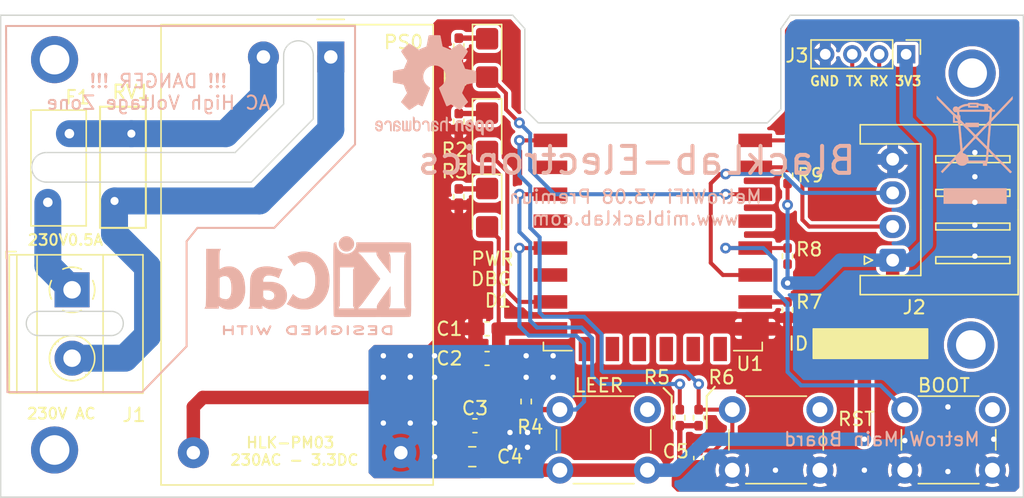
<source format=kicad_pcb>
(kicad_pcb (version 20171130) (host pcbnew "(5.1.10)-1")
  (layers (0 F.Cu signal) (31 B.Cu signal) (34 B.Paste user) (35 F.Paste user) (36 B.SilkS user) (37 F.SilkS user) (38 B.Mask user) (39 F.Mask user) (44 Edge.Cuts user))
  (net 0 "")
  (net 1 VCC)
  (net 2 GNDD)
  (net 3 "Net-(D1-Pad1)")
  (net 4 "Net-(D2_PWR1-Pad1)")
  (net 5 P5)
  (net 6 P13)
  (net 7 "Net-(D3_DBG1-Pad1)")
  (net 8 "Net-(F1-Pad2)")
  (net 9 "Net-(F1-Pad1)")
  (net 10 "Net-(J1-Pad2)")
  (net 11 TX)
  (net 12 "Net-(J3-Pad3)")
  (net 13 RS)
  (net 14 BT)
  (net 15 RSP)
  (net 16 PR)
  (net 17 "Net-(U1-Pad2)")
  (net 18 "Net-(U1-Pad4)")
  (net 19 "Net-(U1-Pad6)")
  (net 20 "Net-(U1-Pad9)")
  (net 21 "Net-(U1-Pad10)")
  (net 22 "Net-(U1-Pad11)")
  (net 23 "Net-(U1-Pad12)")
  (net 24 "Net-(U1-Pad13)")
  (net 25 "Net-(U1-Pad14)")
  (net 26 "Net-(J2-Pad2)")
  (net 27 "Net-(R5-Pad1)")
  (net 28 "Net-(R7-Pad2)")
  (module Capacitor_SMD:C_0402_1005Metric_Pad0.74x0.62mm_HandSolder (layer F.Cu) (at 121.9 93.4 270)
    (fp_text reference C5 (at -0.5 1.7 180) (layer F.SilkS))
    (fp_text value 10k)
    (pad 2 smd roundrect (at 0.5675 0 270) (size 0.735 0.62) (layers F.Cu F.Paste F.Mask) (net 2 GNDD))
    (pad 1 smd roundrect (at -0.5675 0 270) (size 0.735 0.62) (layers F.Cu F.Paste F.Mask) (net 13 RS))
  )
  (module RF_Module:ESP-12E (layer F.Cu) (at 118.5 73.3)
    (fp_text reference U1 (at 7.2 13.1) (layer F.SilkS))
    (fp_text value ESP-12F)
    (pad 1 smd rect (at -7.6 -3.5) (size 2.5 1) (layers F.Cu F.Paste F.Mask) (net 13 RS))
    (pad 2 smd rect (at -7.6 -1.5) (size 2.5 1) (layers F.Cu F.Paste F.Mask) (net 17 "Net-(U1-Pad2)"))
    (pad 3 smd rect (at -7.6 0.5) (size 2.5 1) (layers F.Cu F.Paste F.Mask) (net 27 "Net-(R5-Pad1)"))
    (pad 4 smd rect (at -7.6 2.5) (size 2.5 1) (layers F.Cu F.Paste F.Mask) (net 18 "Net-(U1-Pad4)"))
    (pad 5 smd rect (at -7.6 4.5) (size 2.5 1) (layers F.Cu F.Paste F.Mask) (net 16 PR))
    (pad 6 smd rect (at -7.6 6.5) (size 2.5 1) (layers F.Cu F.Paste F.Mask) (net 19 "Net-(U1-Pad6)"))
    (pad 7 smd rect (at -7.6 8.5) (size 2.5 1) (layers F.Cu F.Paste F.Mask) (net 6 P13))
    (pad 8 smd rect (at -7.6 10.5) (size 2.5 1) (layers F.Cu F.Paste F.Mask) (net 1 VCC))
    (pad 9 smd rect (at -5 12) (size 1 1.8) (layers F.Cu F.Paste F.Mask) (net 20 "Net-(U1-Pad9)"))
    (pad 10 smd rect (at -3 12) (size 1 1.8) (layers F.Cu F.Paste F.Mask) (net 21 "Net-(U1-Pad10)"))
    (pad 11 smd rect (at -1 12) (size 1 1.8) (layers F.Cu F.Paste F.Mask) (net 22 "Net-(U1-Pad11)"))
    (pad 12 smd rect (at 1 12) (size 1 1.8) (layers F.Cu F.Paste F.Mask) (net 23 "Net-(U1-Pad12)"))
    (pad 13 smd rect (at 3 12) (size 1 1.8) (layers F.Cu F.Paste F.Mask) (net 24 "Net-(U1-Pad13)"))
    (pad 14 smd rect (at 5 12) (size 1 1.8) (layers F.Cu F.Paste F.Mask) (net 25 "Net-(U1-Pad14)"))
    (pad 15 smd rect (at 7.6 10.5) (size 2.5 1) (layers F.Cu F.Paste F.Mask) (net 2 GNDD))
    (pad 16 smd rect (at 7.6 8.5) (size 2.5 1) (layers F.Cu F.Paste F.Mask) (net 28 "Net-(R7-Pad2)"))
    (pad 17 smd rect (at 7.6 6.5) (size 2.5 1) (layers F.Cu F.Paste F.Mask) (net 11 TX))
    (pad 18 smd rect (at 7.6 4.5) (size 2.5 1) (layers F.Cu F.Paste F.Mask) (net 14 BT))
    (pad 19 smd rect (at 7.6 2.5) (size 2.5 1) (layers F.Cu F.Paste F.Mask) (net 15 RSP))
    (pad 20 smd rect (at 7.6 0.5) (size 2.5 1) (layers F.Cu F.Paste F.Mask) (net 5 P5))
    (pad 21 smd rect (at 7.6 -1.5) (size 2.5 1) (layers F.Cu F.Paste F.Mask) (net 26 "Net-(J2-Pad2)"))
    (pad 22 smd rect (at 7.6 -3.5) (size 2.5 1) (layers F.Cu F.Paste F.Mask) (net 12 "Net-(J3-Pad3)"))
  )
  (module Symbol:KiCad-Logo2_6mm_SilkScreen (layer B.Cu) (at 92.9 79.9 180)
    (fp_text reference REF** hide)
    (fp_text value KiCad-Logo2_6mm_SilkScreen hide)
  )
  (module Symbol:WEEE-Logo_5.6x8mm_SilkScreen (layer B.Cu) (at 142.4 70.5 180)
    (fp_text reference REF** hide)
    (fp_text value WEEE-Logo_5.6x8mm_SilkScreen hide)
  )
  (module Symbol:OSHW-Logo2_9.8x8mm_SilkScreen (layer B.Cu) (at 102.3 65.7 180)
    (fp_text reference REF** hide)
    (fp_text value OSHW-Logo2_9.8x8mm_SilkScreen hide)
  )
  (module MountingHole:MountingHole_2.2mm_M2_ISO7380_Pad (layer F.Cu) (at 142.2 64.8)
    (fp_text reference REF** hide)
    (fp_text value .)
    (pad 1 thru_hole circle (at 0 0) (size 3.5 3.5) (drill 2.2) (layers *.Cu *.Mask))
  )
  (module MountingHole:MountingHole_2.2mm_M2_ISO7380_Pad (layer F.Cu) (at 142.1 85)
    (fp_text reference REF** hide)
    (fp_text value .)
    (pad 1 thru_hole circle (at 0 0) (size 3.5 3.5) (drill 2.2) (layers *.Cu *.Mask))
  )
  (module MountingHole:MountingHole_2.2mm_M2_ISO7380_Pad (layer F.Cu) (at 74.1 63.8)
    (fp_text reference REF** hide)
    (fp_text value .)
    (pad 1 thru_hole circle (at 0 0) (size 3.5 3.5) (drill 2.2) (layers *.Cu *.Mask))
  )
  (module MountingHole:MountingHole_2.2mm_M2_ISO7380_Pad (layer F.Cu) (at 74.1 92.8)
    (fp_text reference REF** hide)
    (fp_text value .)
    (pad 1 thru_hole circle (at 0 0) (size 3.5 3.5) (drill 2.2) (layers *.Cu *.Mask))
  )
  (module Capacitor_SMD:C_0603_1608Metric_Pad1.08x0.95mm_HandSolder (layer F.Cu) (at 105.3 91 180)
    (fp_text reference C3 (at 0 1.3) (layer F.SilkS))
    (fp_text value 0.1uF)
    (pad 1 smd roundrect (at -0.8625 0 180) (size 1.075 0.95) (layers F.Cu F.Paste F.Mask) (net 1 VCC))
    (pad 2 smd roundrect (at 0.8625 0 180) (size 1.075 0.95) (layers F.Cu F.Paste F.Mask) (net 2 GNDD))
  )
  (module Capacitor_SMD:C_0805_2012Metric_Pad1.18x1.45mm_HandSolder (layer F.Cu) (at 105.1 93.3 180)
    (fp_text reference C4 (at -2.8 0) (layer F.SilkS))
    (fp_text value 470uF)
    (pad 1 smd roundrect (at -1.0375 0 180) (size 1.175 1.45) (layers F.Cu F.Paste F.Mask) (roundrect_rratio 0.212766) (net 1 VCC))
    (pad 2 smd roundrect (at 1.0375 0 180) (size 1.175 1.45) (layers F.Cu F.Paste F.Mask) (roundrect_rratio 0.212766) (net 2 GNDD))
  )
  (module Capacitor_SMD:C_0603_1608Metric_Pad1.08x0.95mm_HandSolder (layer F.Cu) (at 106.2 86 180)
    (fp_text reference C2 (at 2.8 0) (layer F.SilkS))
    (fp_text value 10uF)
    (pad 2 smd roundrect (at 0.8625 0 180) (size 1.075 0.95) (layers F.Cu F.Paste F.Mask) (net 2 GNDD))
    (pad 1 smd roundrect (at -0.8625 0 180) (size 1.075 0.95) (layers F.Cu F.Paste F.Mask) (net 1 VCC))
  )
  (module Capacitor_SMD:C_0603_1608Metric_Pad1.08x0.95mm_HandSolder (layer F.Cu) (at 106.2 83.8 180)
    (fp_text reference C1 (at 2.8 0) (layer F.SilkS))
    (fp_text value 0.1uF)
    (pad 1 smd roundrect (at -0.8625 0 180) (size 1.075 0.95) (layers F.Cu F.Paste F.Mask) (net 1 VCC))
    (pad 2 smd roundrect (at 0.8625 0 180) (size 1.075 0.95) (layers F.Cu F.Paste F.Mask) (net 2 GNDD))
  )
  (module LED_SMD:LED_1206_3216Metric_Castellated (layer F.Cu) (at 106.2 74.8 270)
    (fp_text reference D1 (at 6.9 -0.8 180) (layer F.SilkS))
    (fp_text value LED)
    (pad 1 smd roundrect (at -1.425 0 270) (size 1.6 1.65) (layers F.Cu F.Paste F.Mask) (roundrect_rratio 0.15625) (net 3 "Net-(D1-Pad1)"))
    (pad 2 smd roundrect (at 1.425 0 270) (size 1.6 1.65) (layers F.Cu F.Paste F.Mask) (roundrect_rratio 0.15625) (net 1 VCC))
  )
  (module LED_SMD:LED_1206_3216Metric_Castellated (layer F.Cu) (at 106.2 63.675 270)
    (fp_text reference PWR (at 14.925 -0.4 180) (layer F.SilkS))
    (fp_text value LED)
    (pad 1 smd roundrect (at -1.425 0 270) (size 1.6 1.65) (layers F.Cu F.Paste F.Mask) (roundrect_rratio 0.15625) (net 4 "Net-(D2_PWR1-Pad1)"))
    (pad 2 smd roundrect (at 1.425 0 270) (size 1.6 1.65) (layers F.Cu F.Paste F.Mask) (roundrect_rratio 0.15625) (net 5 P5))
  )
  (module LED_SMD:LED_1206_3216Metric_Castellated (layer F.Cu) (at 106.2 69.2 270)
    (fp_text reference DBG (at 10.9 -0.3 180) (layer F.SilkS))
    (fp_text value LED)
    (pad 2 smd roundrect (at 1.425 0 270) (size 1.6 1.65) (layers F.Cu F.Paste F.Mask) (roundrect_rratio 0.15625) (net 6 P13))
    (pad 1 smd roundrect (at -1.425 0 270) (size 1.6 1.65) (layers F.Cu F.Paste F.Mask) (roundrect_rratio 0.15625) (net 7 "Net-(D3_DBG1-Pad1)"))
  )
  (module Fuse:Fuse_BelFuse_0ZRE0005FF_L8.3mm_W3.8mm (layer F.Cu) (at 75.2 69.3 270)
    (fp_text reference F1 (at -2.7 -0.6 180) (layer F.SilkS))
    (fp_text value 220/0.5A)
    (pad 2 thru_hole circle (at 5.1 1.6 270) (size 1.27 1.27) (drill 0.71) (layers *.Cu *.Mask) (net 8 "Net-(F1-Pad2)"))
    (pad 1 thru_hole circle (at 0 0 270) (size 1.27 1.27) (drill 0.71) (layers *.Cu *.Mask) (net 9 "Net-(F1-Pad1)"))
  )
  (module TerminalBlock_Phoenix:TerminalBlock_Phoenix_MKDS-1,5-2-5.08_1x02_P5.08mm_Horizontal (layer F.Cu) (at 75.4 80.9 270)
    (fp_text reference J1 (at 9.3 -4.6 180) (layer F.SilkS))
    (fp_text value 230)
    (pad 1 thru_hole rect (at 0 0 270) (size 2.6 2.6) (drill 1.3) (layers *.Cu *.Mask) (net 8 "Net-(F1-Pad2)"))
    (pad 2 thru_hole circle (at 5.08 0 270) (size 2.6 2.6) (drill 1.3) (layers *.Cu *.Mask) (net 10 "Net-(J1-Pad2)"))
  )
  (module Connector_JST:JST_XH_S4B-XH-A_1x04_P2.50mm_Horizontal (layer F.Cu) (at 136.3 78.7 90)
    (fp_text reference J2 (at -3.5 1.6 180) (layer F.SilkS))
    (fp_text value CNX_IR)
    (pad 1 thru_hole roundrect (at 0 0 90) (size 1.7 1.95) (drill 0.95) (layers *.Cu *.Mask) (roundrect_rratio 0.147059) (net 1 VCC))
    (pad 2 thru_hole oval (at 2.5 0 90) (size 1.7 1.95) (drill 0.95) (layers *.Cu *.Mask) (net 26 "Net-(J2-Pad2)"))
    (pad 3 thru_hole oval (at 5 0 90) (size 1.7 1.95) (drill 0.95) (layers *.Cu *.Mask) (net 11 TX))
    (pad 4 thru_hole oval (at 7.5 0 90) (size 1.7 1.95) (drill 0.95) (layers *.Cu *.Mask) (net 2 GNDD))
  )
  (module Connector_PinHeader_2.00mm:PinHeader_1x04_P2.00mm_Vertical (layer F.Cu) (at 137.3 63.4 270)
    (fp_text reference J3 (at 0.1 8.1 180) (layer F.SilkS))
    (fp_text value Programar)
    (pad 1 thru_hole rect (at 0 0 270) (size 1.35 1.35) (drill 0.8) (layers *.Cu *.Mask) (net 1 VCC))
    (pad 2 thru_hole oval (at 0 2 270) (size 1.35 1.35) (drill 0.8) (layers *.Cu *.Mask) (net 26 "Net-(J2-Pad2)"))
    (pad 3 thru_hole oval (at 0 4 270) (size 1.35 1.35) (drill 0.8) (layers *.Cu *.Mask) (net 12 "Net-(J3-Pad3)"))
    (pad 4 thru_hole oval (at 0 6 270) (size 1.35 1.35) (drill 0.8) (layers *.Cu *.Mask) (net 2 GNDD))
  )
  (module Converter_ACDC:Converter_ACDC_HiLink_HLK-PMxx (layer F.Cu) (at 94.6 63.6 270)
    (fp_text reference PS0 (at -1.1 -5.4) (layer F.SilkS))
    (fp_text value HLK-PM03)
    (pad 3 thru_hole circle (at 29.4 -5.2 270) (size 2.3 2.3) (drill 1) (layers *.Cu *.Mask) (net 2 GNDD))
    (pad 1 thru_hole rect (at 0 0 270) (size 2.3 2) (drill 1) (layers *.Cu *.Mask) (net 10 "Net-(J1-Pad2)"))
    (pad 2 thru_hole circle (at 0 5 270) (size 2.3 2.3) (drill 1) (layers *.Cu *.Mask) (net 9 "Net-(F1-Pad1)"))
    (pad 4 thru_hole circle (at 29.4 10.2 270) (size 2.3 2.3) (drill 1) (layers *.Cu *.Mask) (net 1 VCC))
  )
  (module Resistor_SMD:R_0402_1005Metric_Pad0.72x0.64mm_HandSolder (layer F.Cu) (at 104.1 74 270)
    (fp_text reference R3 (at -1.9 0.3 180) (layer F.SilkS))
    (fp_text value 220)
    (pad 2 smd roundrect (at 0.5975 0 270) (size 0.715 0.64) (layers F.Cu F.Paste F.Mask) (net 2 GNDD))
    (pad 1 smd roundrect (at -0.5975 0 270) (size 0.715 0.64) (layers F.Cu F.Paste F.Mask) (net 3 "Net-(D1-Pad1)"))
  )
  (module Resistor_SMD:R_0402_1005Metric_Pad0.72x0.64mm_HandSolder (layer F.Cu) (at 104.1 62.8 90)
    (fp_text reference R1 (at -2.4 -0.3 180) (layer F.SilkS))
    (fp_text value 220)
    (pad 2 smd roundrect (at 0.5975 0 90) (size 0.715 0.64) (layers F.Cu F.Paste F.Mask) (net 4 "Net-(D2_PWR1-Pad1)"))
    (pad 1 smd roundrect (at -0.5975 0 90) (size 0.715 0.64) (layers F.Cu F.Paste F.Mask) (net 2 GNDD))
  )
  (module Resistor_SMD:R_0402_1005Metric_Pad0.72x0.64mm_HandSolder (layer F.Cu) (at 104.1 68.4 90)
    (fp_text reference R2 (at -2.1 -0.3 180) (layer F.SilkS))
    (fp_text value 220)
    (pad 1 smd roundrect (at -0.5975 0 90) (size 0.715 0.64) (layers F.Cu F.Paste F.Mask) (net 2 GNDD))
    (pad 2 smd roundrect (at 0.5975 0 90) (size 0.715 0.64) (layers F.Cu F.Paste F.Mask) (net 7 "Net-(D3_DBG1-Pad1)"))
  )
  (module Resistor_SMD:R_0402_1005Metric_Pad0.72x0.64mm_HandSolder (layer F.Cu) (at 120.5 90.4 270)
    (fp_text reference R5 (at -3 1.7 180) (layer F.SilkS))
    (fp_text value 10k)
    (pad 1 smd roundrect (at -0.5975 0 270) (size 0.715 0.64) (layers F.Cu F.Paste F.Mask) (net 27 "Net-(R5-Pad1)"))
    (pad 2 smd roundrect (at 0.5975 0 270) (size 0.715 0.64) (layers F.Cu F.Paste F.Mask) (net 1 VCC))
  )
  (module Resistor_SMD:R_0402_1005Metric_Pad0.72x0.64mm_HandSolder (layer F.Cu) (at 121.9 90.4 270)
    (fp_text reference R6 (at -3 -1.7 180) (layer F.SilkS))
    (fp_text value 10k)
    (pad 1 smd roundrect (at -0.5975 0 270) (size 0.715 0.64) (layers F.Cu F.Paste F.Mask) (net 13 RS))
    (pad 2 smd roundrect (at 0.5975 0 270) (size 0.715 0.64) (layers F.Cu F.Paste F.Mask) (net 1 VCC))
  )
  (module Resistor_SMD:R_0402_1005Metric_Pad0.72x0.64mm_HandSolder (layer F.Cu) (at 128.5 78.4 90)
    (fp_text reference R8 (at 0.5 1.6 180) (layer F.SilkS))
    (fp_text value 10k)
    (pad 2 smd roundrect (at 0.5975 0 90) (size 0.715 0.64) (layers F.Cu F.Paste F.Mask) (net 14 BT))
    (pad 1 smd roundrect (at -0.5975 0 90) (size 0.715 0.64) (layers F.Cu F.Paste F.Mask) (net 1 VCC))
  )
  (module Resistor_SMD:R_0402_1005Metric_Pad0.72x0.64mm_HandSolder (layer F.Cu) (at 128.5 72.4 270)
    (fp_text reference R9 (at 0 -1.7 180) (layer F.SilkS))
    (fp_text value 10k)
    (pad 2 smd roundrect (at 0.5975 0 270) (size 0.715 0.64) (layers F.Cu F.Paste F.Mask) (net 1 VCC))
    (pad 1 smd roundrect (at -0.5975 0 270) (size 0.715 0.64) (layers F.Cu F.Paste F.Mask) (net 26 "Net-(J2-Pad2)"))
  )
  (module Resistor_SMD:R_0402_1005Metric_Pad0.72x0.64mm_HandSolder (layer F.Cu) (at 109.1 89.2 270)
    (fp_text reference R4 (at 1.9 -0.3 180) (layer F.SilkS))
    (fp_text value 10k)
    (pad 1 smd roundrect (at -0.5975 0 270) (size 0.715 0.64) (layers F.Cu F.Paste F.Mask) (net 2 GNDD))
    (pad 2 smd roundrect (at 0.5975 0 270) (size 0.715 0.64) (layers F.Cu F.Paste F.Mask) (net 16 PR))
  )
  (module Resistor_SMD:R_0402_1005Metric_Pad0.72x0.64mm_HandSolder (layer F.Cu) (at 128.5 82.4 90)
    (fp_text reference R7 (at 0.6 1.6 180) (layer F.SilkS))
    (fp_text value 10k)
    (pad 2 smd roundrect (at 0.5975 0 90) (size 0.715 0.64) (layers F.Cu F.Paste F.Mask) (net 28 "Net-(R7-Pad2)"))
    (pad 1 smd roundrect (at -0.5975 0 90) (size 0.715 0.64) (layers F.Cu F.Paste F.Mask) (net 2 GNDD))
  )
  (module Varistor:RV_Disc_D9mm_W3.4mm_P5mm (layer F.Cu) (at 79.8 69.3 270)
    (fp_text reference RV1 (at -3.1 0 180) (layer F.SilkS))
    (fp_text value V230LA4)
    (pad 1 thru_hole circle (at 0 0 270) (size 1.6 1.6) (drill 0.6) (layers *.Cu *.Mask) (net 9 "Net-(F1-Pad1)"))
    (pad 2 thru_hole circle (at 5 1.25 270) (size 1.6 1.6) (drill 0.6) (layers *.Cu *.Mask) (net 10 "Net-(J1-Pad2)"))
  )
  (module Button_Switch_THT:SW_PUSH_6mm_H5mm (layer F.Cu) (at 130.9 94.3 180)
    (fp_text reference RST (at -2.7 3.8) (layer F.SilkS))
    (fp_text value SW_Push)
    (pad 2 thru_hole circle (at 0 4.5 270) (size 2 2) (drill 1.1) (layers *.Cu *.Mask))
    (pad 1 thru_hole circle (at 0 0 270) (size 2 2) (drill 1.1) (layers *.Cu *.Mask) (net 2 GNDD))
    (pad 2 thru_hole circle (at 6.5 4.5 270) (size 2 2) (drill 1.1) (layers *.Cu *.Mask) (net 13 RS))
    (pad 1 thru_hole circle (at 6.5 0 270) (size 2 2) (drill 1.1) (layers *.Cu *.Mask) (net 2 GNDD))
  )
  (module Button_Switch_THT:SW_PUSH_6mm_H5mm (layer F.Cu) (at 143.7 94.3 180)
    (fp_text reference BOOT (at 3.6 6.3) (layer F.SilkS))
    (fp_text value SW_Push)
    (pad 1 thru_hole circle (at 6.5 0 270) (size 2 2) (drill 1.1) (layers *.Cu *.Mask) (net 2 GNDD))
    (pad 2 thru_hole circle (at 6.5 4.5 270) (size 2 2) (drill 1.1) (layers *.Cu *.Mask) (net 14 BT))
    (pad 1 thru_hole circle (at 0 0 270) (size 2 2) (drill 1.1) (layers *.Cu *.Mask) (net 2 GNDD))
    (pad 2 thru_hole circle (at 0 4.5 270) (size 2 2) (drill 1.1) (layers *.Cu *.Mask))
  )
  (module Button_Switch_THT:SW_PUSH_6mm_H5mm (layer F.Cu) (at 118.1 94.3 180)
    (fp_text reference LEER (at 3.6 6.3) (layer F.SilkS))
    (fp_text value SW_Push)
    (pad 2 thru_hole circle (at 0 4.5 270) (size 2 2) (drill 1.1) (layers *.Cu *.Mask))
    (pad 1 thru_hole circle (at 0 0 270) (size 2 2) (drill 1.1) (layers *.Cu *.Mask) (net 1 VCC))
    (pad 2 thru_hole circle (at 6.5 4.5 270) (size 2 2) (drill 1.1) (layers *.Cu *.Mask) (net 16 PR))
    (pad 1 thru_hole circle (at 6.5 0 270) (size 2 2) (drill 1.1) (layers *.Cu *.Mask) (net 1 VCC))
  )
  (gr_line (start 119.9 88.8) (end 119.3 88.2) (layer F.SilkS) (width 0.15))
  (gr_line (start 122.5 88.8) (end 123.1 88.1) (layer F.SilkS) (width 0.15))
  (gr_text ID (at 129.3 84.9) (layer F.SilkS) (effects (font (size 1 1))))
  (gr_poly (pts (xy 138.9 86) (xy 130.4 86) (xy 130.4 83.8) (xy 138.9 83.8)) (layer F.SilkS) (width 0.1))
  (gr_line (start 122.5 91.2) (end 122.5 88.8) (layer F.SilkS) (width 0.15))
  (gr_line (start 119.9 91.2) (end 119.9 88.8) (layer F.SilkS) (width 0.15))
  (gr_line (start 128.7 60.5) (end 146 60.5) (layer Edge.Cuts) (width 0.1))
  (gr_line (start 146 60.5) (end 146 96.3) (layer Edge.Cuts) (width 0.1))
  (gr_line (start 128 67.5) (end 128 61.5) (layer Edge.Cuts) (width 0.1))
  (gr_line (start 127 68.5) (end 128 67.5) (layer Edge.Cuts) (width 0.1))
  (gr_line (start 128 61.5) (end 128.7 60.5) (layer Edge.Cuts) (width 0.1))
  (gr_line (start 110 68.5) (end 127 68.5) (layer Edge.Cuts) (width 0.1))
  (gr_line (start 109 67.5) (end 110 68.5) (layer Edge.Cuts) (width 0.1))
  (gr_line (start 109 61.5) (end 109 67.5) (layer Edge.Cuts) (width 0.1))
  (gr_line (start 108.1 60.5) (end 109 61.5) (layer Edge.Cuts) (width 0.1))
  (gr_line (start 70.1 60.5) (end 108.1 60.5) (layer Edge.Cuts) (width 0.1))
  (gr_line (start 146 96.3) (end 70.1 96.3) (layer Edge.Cuts) (width 0.1))
  (gr_text "MetroW Main Board" (at 135.5 92) (layer B.SilkS) (effects (font (size 1 1)) (justify mirror)))
  (gr_text "!!! DANGER !!!\nAC High Voltage Zone" (at 81.8 66.2) (layer B.SilkS) (effects (font (size 1 1)) (justify mirror)))
  (gr_line (start 70.6 88.5) (end 70.8 88.5) (layer B.SilkS) (width 0.15))
  (gr_line (start 70.5 61.3) (end 70.6 88.5) (layer B.SilkS) (width 0.15))
  (gr_line (start 76.4 61.3) (end 70.5 61.3) (layer B.SilkS) (width 0.15))
  (gr_line (start 96.4 61.3) (end 76.4 61.3) (layer B.SilkS) (width 0.15))
  (gr_line (start 96.4 70.1) (end 96.4 61.3) (layer B.SilkS) (width 0.15))
  (gr_line (start 90.4 76.3) (end 96.4 70.1) (layer B.SilkS) (width 0.15))
  (gr_line (start 84.7 76.3) (end 90.4 76.3) (layer B.SilkS) (width 0.15))
  (gr_line (start 83.9 77.3) (end 84.7 76.3) (layer B.SilkS) (width 0.15))
  (gr_line (start 83.9 85.1) (end 83.9 77.3) (layer B.SilkS) (width 0.15))
  (gr_line (start 80.6 88.5) (end 83.9 85.1) (layer B.SilkS) (width 0.15))
  (gr_line (start 70.7 88.5) (end 80.6 88.5) (layer B.SilkS) (width 0.15))
  (gr_text BlackLab-Electronics (at 117.3 71.3) (layer B.SilkS) (effects (font (size 2 2) (thickness 0.3)) (justify mirror)))
  (gr_text "MetroWiFi v3.08 Premiun\nwww.miblacklab.com" (at 117.2 74.8) (layer B.SilkS) (effects (font (size 1 1)) (justify mirror)))
  (gr_text "HLK-PM03 \n230AC - 3.3DC" (at 91.9 92.9) (layer F.SilkS) (effects (font (size 0.8 0.8))))
  (gr_text "230V AC" (at 74.6 90.1) (layer F.SilkS) (effects (font (size 0.8 0.8))))
  (gr_text 230V0.5A (at 74.9 77.2) (layer F.SilkS) (effects (font (size 0.8 0.8))))
  (gr_text "GND TX RX 3V3" (at 134.3 65.4) (layer F.SilkS) (effects (font (size 0.7 0.7))))
  (gr_line (start 70.1 96.3) (end 70.1 60.5) (layer Edge.Cuts) (width 0.1))
  (gr_arc (start 72.9 83.4) (end 72.9 82.5) (angle -180) (layer Edge.Cuts) (width 0.1))
  (gr_arc (start 78.3 83.4) (end 78.3 84.3) (angle -180) (layer Edge.Cuts) (width 0.1))
  (gr_line (start 72.9 82.5) (end 78.3 82.5) (layer Edge.Cuts) (width 0.1))
  (gr_line (start 78.3 84.3) (end 72.9 84.3) (layer Edge.Cuts) (width 0.1))
  (gr_arc (start 73.5 71.8) (end 73.5 70.7) (angle -180) (layer Edge.Cuts) (width 0.1))
  (gr_arc (start 92.2 63.5) (end 93.3 63.5) (angle -180) (layer Edge.Cuts) (width 0.1))
  (gr_line (start 93.3 63.5) (end 93.3 68.2) (layer Edge.Cuts) (width 0.1))
  (gr_line (start 91.1 67.1) (end 91.1 63.5) (layer Edge.Cuts) (width 0.1))
  (gr_line (start 87.5 70.7) (end 91.1 67.1) (layer Edge.Cuts) (width 0.1))
  (gr_line (start 73.5 70.7) (end 87.5 70.7) (layer Edge.Cuts) (width 0.1))
  (gr_line (start 88.7 72.9) (end 73.5 72.9) (layer Edge.Cuts) (width 0.1))
  (gr_line (start 93.3 68.2) (end 88.7 72.9) (layer Edge.Cuts) (width 0.1))
  (segment (start 84.4 93) (end 84.4 89.6) (width 1) (layer F.Cu) (net 1))
  (segment (start 84.4 89.6) (end 85.1 88.9) (width 1) (layer F.Cu) (net 1))
  (segment (start 85.1 88.9) (end 106.2 88.9) (width 1) (layer F.Cu) (net 1))
  (segment (start 107.0625 88.0375) (end 107.0625 86) (width 1) (layer F.Cu) (net 1))
  (segment (start 106.2 88.9) (end 107.0625 88.0375) (width 1) (layer F.Cu) (net 1))
  (segment (start 107.0625 86) (end 107.0625 83.8) (width 1) (layer F.Cu) (net 1))
  (segment (start 107.0625 83.8) (end 110.9 83.8) (width 1) (layer F.Cu) (net 1))
  (segment (start 107.0625 77.0875) (end 106.2 76.225) (width 0.3) (layer F.Cu) (net 1))
  (segment (start 107.0625 83.8) (end 107.0625 77.0875) (width 0.3) (layer F.Cu) (net 1))
  (via (at 128.5 74.6) (size 0.8) (drill 0.4) (layers F.Cu B.Cu) (net 1))
  (segment (start 128.5 72.9975) (end 128.5 74.6) (width 0.3) (layer F.Cu) (net 1))
  (via (at 128.5 80.4) (size 0.8) (drill 0.4) (layers F.Cu B.Cu) (net 1))
  (segment (start 128.5 74.6) (end 128.5 80.4) (width 0.3) (layer B.Cu) (net 1))
  (segment (start 128.5 80.4) (end 128.5 78.9975) (width 0.3) (layer F.Cu) (net 1))
  (segment (start 128.5 80.4) (end 130.7 80.4) (width 1) (layer B.Cu) (net 1))
  (segment (start 132.4 78.7) (end 136.3 78.7) (width 1) (layer B.Cu) (net 1))
  (segment (start 130.7 80.4) (end 132.4 78.7) (width 1) (layer B.Cu) (net 1))
  (segment (start 136.3 78.7) (end 137.6 78.7) (width 1) (layer B.Cu) (net 1))
  (segment (start 137.6 78.7) (end 138.8 77.5) (width 1) (layer B.Cu) (net 1))
  (segment (start 138.8 77.5) (end 138.8 69.8) (width 1) (layer B.Cu) (net 1))
  (segment (start 137.3 68.3) (end 137.3 63.4) (width 1) (layer B.Cu) (net 1))
  (segment (start 138.8 69.8) (end 137.3 68.3) (width 1) (layer B.Cu) (net 1))
  (segment (start 106.2 90.9625) (end 106.1625 91) (width 1) (layer F.Cu) (net 1))
  (segment (start 106.2 88.9) (end 106.2 90.9625) (width 1) (layer F.Cu) (net 1))
  (segment (start 106.1625 93.275) (end 106.1375 93.3) (width 1) (layer F.Cu) (net 1))
  (segment (start 106.1625 91) (end 106.1625 93.275) (width 1) (layer F.Cu) (net 1))
  (segment (start 107.1375 94.3) (end 106.1375 93.3) (width 1) (layer F.Cu) (net 1))
  (segment (start 111.6 94.3) (end 107.1375 94.3) (width 1) (layer F.Cu) (net 1))
  (segment (start 111.6 94.3) (end 118.1 94.3) (width 1) (layer F.Cu) (net 1))
  (segment (start 121.9 90.9975) (end 120.5 90.9975) (width 0.4) (layer F.Cu) (net 1))
  (segment (start 120.5 90.9975) (end 120.5 93.7) (width 0.4) (layer F.Cu) (net 1))
  (segment (start 119.9 94.3) (end 118.1 94.3) (width 0.4) (layer F.Cu) (net 1))
  (segment (start 120.5 93.7) (end 119.9 94.3) (width 0.4) (layer F.Cu) (net 1))
  (segment (start 118.1 94.3) (end 120.2 94.3) (width 1) (layer B.Cu) (net 1))
  (via (at 134.2 92) (size 0.8) (drill 0.4) (layers F.Cu B.Cu) (net 1))
  (segment (start 122.5 92) (end 134.2 92) (width 1) (layer B.Cu) (net 1))
  (segment (start 120.2 94.3) (end 122.5 92) (width 1) (layer B.Cu) (net 1))
  (segment (start 134.2 92) (end 134.2 85.5) (width 1) (layer F.Cu) (net 1))
  (segment (start 136.3 83.4) (end 136.3 78.7) (width 1) (layer F.Cu) (net 1))
  (segment (start 134.2 85.5) (end 136.3 83.4) (width 1) (layer F.Cu) (net 1))
  (via (at 111.1 85.8) (size 0.8) (drill 0.4) (layers F.Cu B.Cu) (net 2))
  (via (at 111.1 87.4) (size 0.8) (drill 0.4) (layers F.Cu B.Cu) (net 2))
  (via (at 109.1 87.4) (size 0.8) (drill 0.4) (layers F.Cu B.Cu) (net 2))
  (via (at 109.1 85.8) (size 0.8) (drill 0.4) (layers F.Cu B.Cu) (net 2))
  (via (at 100.5 87.4) (size 0.8) (drill 0.4) (layers F.Cu B.Cu) (net 2))
  (via (at 100.5 85.8) (size 0.8) (drill 0.4) (layers F.Cu B.Cu) (net 2))
  (via (at 98.5 87.4) (size 0.8) (drill 0.4) (layers F.Cu B.Cu) (net 2))
  (via (at 98.5 85.8) (size 0.8) (drill 0.4) (layers F.Cu B.Cu) (net 2))
  (via (at 140.4 89.6) (size 0.8) (drill 0.4) (layers F.Cu B.Cu) (net 2))
  (via (at 143.8 92) (size 0.8) (drill 0.4) (layers F.Cu B.Cu) (net 2))
  (via (at 137.2 92.1) (size 0.8) (drill 0.4) (layers F.Cu B.Cu) (net 2))
  (via (at 140.4 94.4) (size 0.8) (drill 0.4) (layers F.Cu B.Cu) (net 2))
  (via (at 127.6 94.3) (size 0.8) (drill 0.4) (layers F.Cu B.Cu) (net 2))
  (via (at 134.2 94.3) (size 0.8) (drill 0.4) (layers F.Cu B.Cu) (net 2))
  (via (at 98.5 90.8) (size 0.8) (drill 0.4) (layers F.Cu B.Cu) (net 2))
  (via (at 100.5 90.8) (size 0.8) (drill 0.4) (layers F.Cu B.Cu) (net 2))
  (via (at 109.2 91.5) (size 0.8) (drill 0.4) (layers F.Cu B.Cu) (net 2))
  (via (at 109.2 92.6) (size 0.8) (drill 0.4) (layers F.Cu B.Cu) (net 2))
  (via (at 107.9 91.5) (size 0.8) (drill 0.4) (layers F.Cu B.Cu) (net 2))
  (via (at 107.9 92.6) (size 0.8) (drill 0.4) (layers F.Cu B.Cu) (net 2))
  (via (at 102.3 93.3) (size 0.8) (drill 0.4) (layers F.Cu B.Cu) (net 2))
  (via (at 102.3 90.8) (size 0.8) (drill 0.4) (layers F.Cu B.Cu) (net 2))
  (via (at 102.3 87.4) (size 0.8) (drill 0.4) (layers F.Cu B.Cu) (net 2))
  (via (at 102.3 85.8) (size 0.8) (drill 0.4) (layers F.Cu B.Cu) (net 2))
  (via (at 142.4 70.7) (size 0.8) (drill 0.4) (layers F.Cu B.Cu) (net 2))
  (via (at 142.4 72.5) (size 0.8) (drill 0.4) (layers F.Cu B.Cu) (net 2))
  (via (at 142.4 74.4) (size 0.8) (drill 0.4) (layers F.Cu B.Cu) (net 2))
  (via (at 142.4 76.1) (size 0.8) (drill 0.4) (layers F.Cu B.Cu) (net 2))
  (via (at 142.4 78.4) (size 0.8) (drill 0.4) (layers F.Cu B.Cu) (net 2))
  (segment (start 106.1725 73.4025) (end 106.2 73.375) (width 0.4) (layer F.Cu) (net 3))
  (segment (start 104.1 73.4025) (end 106.1725 73.4025) (width 0.4) (layer F.Cu) (net 3))
  (segment (start 106.1525 62.2025) (end 106.2 62.25) (width 0.4) (layer F.Cu) (net 4))
  (segment (start 104.1 62.2025) (end 106.1525 62.2025) (width 0.4) (layer F.Cu) (net 4))
  (segment (start 106.2 65.1) (end 106.4 65.1) (width 0.3) (layer F.Cu) (net 5))
  (segment (start 106.4 65.1) (end 107.6 66.3) (width 0.3) (layer F.Cu) (net 5))
  (via (at 108.6 68.5) (size 0.8) (drill 0.4) (layers F.Cu B.Cu) (net 5))
  (segment (start 107.6 67.5) (end 108.6 68.5) (width 0.3) (layer F.Cu) (net 5))
  (segment (start 107.6 66.3) (end 107.6 67.5) (width 0.3) (layer F.Cu) (net 5))
  (segment (start 108.6 68.5) (end 109.4 69.3) (width 0.3) (layer B.Cu) (net 5))
  (segment (start 109.4 69.3) (end 109.4 72) (width 0.3) (layer B.Cu) (net 5))
  (via (at 123.9 73.8) (size 0.8) (drill 0.4) (layers F.Cu B.Cu) (net 5))
  (segment (start 111.2 73.8) (end 123.9 73.8) (width 0.3) (layer B.Cu) (net 5))
  (segment (start 109.4 72) (end 111.2 73.8) (width 0.3) (layer B.Cu) (net 5))
  (segment (start 123.9 73.8) (end 126.1 73.8) (width 0.3) (layer F.Cu) (net 5))
  (segment (start 110.9 81.8) (end 108.5 81.8) (width 0.3) (layer F.Cu) (net 6))
  (segment (start 108.5 81.8) (end 107.7 81) (width 0.3) (layer F.Cu) (net 6))
  (segment (start 107.7 72.125) (end 106.2 70.625) (width 0.3) (layer F.Cu) (net 6))
  (segment (start 107.7 81) (end 107.7 72.125) (width 0.3) (layer F.Cu) (net 6))
  (segment (start 106.1725 67.8025) (end 106.2 67.775) (width 0.4) (layer F.Cu) (net 7))
  (segment (start 104.1 67.8025) (end 106.1725 67.8025) (width 0.4) (layer F.Cu) (net 7))
  (segment (start 73.6 79.1) (end 75.4 80.9) (width 2) (layer B.Cu) (net 8))
  (segment (start 73.6 74.4) (end 73.6 79.1) (width 2) (layer B.Cu) (net 8))
  (segment (start 75.2 69.3) (end 79.8 69.3) (width 2) (layer B.Cu) (net 9))
  (segment (start 79.8 69.3) (end 86.8 69.3) (width 2) (layer B.Cu) (net 9))
  (segment (start 89.6 66.5) (end 89.6 63.6) (width 2) (layer B.Cu) (net 9))
  (segment (start 86.8 69.3) (end 89.6 66.5) (width 2) (layer B.Cu) (net 9))
  (segment (start 94.6 69) (end 94.6 63.6) (width 2) (layer B.Cu) (net 10))
  (segment (start 89.3 74.3) (end 94.6 69) (width 2) (layer B.Cu) (net 10))
  (segment (start 89.3 74.3) (end 78.55 74.3) (width 2) (layer B.Cu) (net 10))
  (segment (start 78.55 74.3) (end 78.55 76.75) (width 2) (layer B.Cu) (net 10))
  (segment (start 78.55 76.75) (end 81 79.2) (width 2) (layer B.Cu) (net 10))
  (segment (start 81 79.2) (end 81 84.3) (width 2) (layer B.Cu) (net 10))
  (segment (start 79.32 85.98) (end 75.4 85.98) (width 2) (layer B.Cu) (net 10))
  (segment (start 81 84.3) (end 79.32 85.98) (width 2) (layer B.Cu) (net 10))
  (segment (start 136.3 73.7) (end 129.6 73.7) (width 0.3) (layer B.Cu) (net 11))
  (segment (start 128.2 72.3) (end 123.9 72.3) (width 0.3) (layer B.Cu) (net 11))
  (via (at 123.9 72.3) (size 0.8) (drill 0.4) (layers F.Cu B.Cu) (net 11))
  (segment (start 129.6 73.7) (end 128.2 72.3) (width 0.3) (layer B.Cu) (net 11))
  (segment (start 123.9 72.3) (end 123.5 72.3) (width 0.3) (layer F.Cu) (net 11))
  (segment (start 123.5 72.3) (end 122.8 73) (width 0.3) (layer F.Cu) (net 11))
  (segment (start 122.8 73) (end 122.8 78.9) (width 0.3) (layer F.Cu) (net 11))
  (segment (start 123.7 79.8) (end 126.1 79.8) (width 0.3) (layer F.Cu) (net 11))
  (segment (start 122.8 78.9) (end 123.7 79.8) (width 0.3) (layer F.Cu) (net 11))
  (segment (start 126.1 69.8) (end 128.4 69.8) (width 0.3) (layer F.Cu) (net 12))
  (segment (start 128.4 69.8) (end 129.3 68.9) (width 0.3) (layer F.Cu) (net 12))
  (segment (start 129.3 68.9) (end 129.3 66.5) (width 0.3) (layer F.Cu) (net 12))
  (segment (start 129.3 66.5) (end 130.2 65.6) (width 0.3) (layer F.Cu) (net 12))
  (segment (start 130.2 65.6) (end 132.5 65.6) (width 0.3) (layer F.Cu) (net 12))
  (segment (start 132.5 65.6) (end 133.3 64.8) (width 0.3) (layer F.Cu) (net 12))
  (segment (start 133.3 64.8) (end 133.3 63.4) (width 0.3) (layer F.Cu) (net 12))
  (via (at 108.6 69.8) (size 0.8) (drill 0.4) (layers F.Cu B.Cu) (net 13))
  (segment (start 110.9 69.8) (end 108.6 69.8) (width 0.3) (layer F.Cu) (net 13))
  (segment (start 108.6 69.8) (end 108.6 72.4) (width 0.3) (layer B.Cu) (net 13))
  (segment (start 108.6 72.4) (end 109.4 73.2) (width 0.3) (layer B.Cu) (net 13))
  (segment (start 109.4 73.2) (end 109.4 76.3) (width 0.3) (layer B.Cu) (net 13))
  (segment (start 109.4 76.3) (end 110.1 77) (width 0.3) (layer B.Cu) (net 13))
  (segment (start 110.1 77) (end 110.1 82.6) (width 0.3) (layer B.Cu) (net 13))
  (segment (start 110.1 82.6) (end 110.4 82.9) (width 0.3) (layer B.Cu) (net 13))
  (segment (start 110.4 82.9) (end 113.4 82.9) (width 0.3) (layer B.Cu) (net 13))
  (segment (start 113.4 82.9) (end 114.7 84.2) (width 0.3) (layer B.Cu) (net 13))
  (segment (start 114.7 84.2) (end 114.7 86.9) (width 0.3) (layer B.Cu) (net 13))
  (segment (start 114.7 86.9) (end 114.8 87) (width 0.3) (layer B.Cu) (net 13))
  (via (at 121.9 87.9) (size 0.8) (drill 0.4) (layers F.Cu B.Cu) (net 13))
  (segment (start 121 87) (end 121.9 87.9) (width 0.3) (layer B.Cu) (net 13))
  (segment (start 114.8 87) (end 121 87) (width 0.3) (layer B.Cu) (net 13))
  (segment (start 121.9 87.9) (end 121.9 89.8025) (width 0.3) (layer F.Cu) (net 13))
  (segment (start 124.3975 89.8025) (end 124.4 89.8) (width 0.3) (layer F.Cu) (net 13))
  (segment (start 121.9 89.8025) (end 124.3975 89.8025) (width 0.3) (layer F.Cu) (net 13))
  (segment (start 121.9 92.8325) (end 123.0675 92.8325) (width 0.3) (layer F.Cu) (net 13))
  (segment (start 124.4 91.5) (end 124.4 89.8) (width 0.3) (layer F.Cu) (net 13))
  (segment (start 123.0675 92.8325) (end 124.4 91.5) (width 0.3) (layer F.Cu) (net 13))
  (segment (start 128.4975 77.8) (end 128.5 77.8025) (width 0.3) (layer F.Cu) (net 14))
  (segment (start 126.1 77.8) (end 128.4975 77.8) (width 0.3) (layer F.Cu) (net 14))
  (via (at 123.9 77.8) (size 0.8) (drill 0.4) (layers F.Cu B.Cu) (net 14))
  (segment (start 126.1 77.8) (end 123.9 77.8) (width 0.3) (layer F.Cu) (net 14))
  (segment (start 123.9 77.8) (end 126.7 77.8) (width 0.3) (layer B.Cu) (net 14))
  (segment (start 126.7 77.8) (end 127.6 78.7) (width 0.3) (layer B.Cu) (net 14))
  (segment (start 127.6 78.7) (end 127.6 81) (width 0.3) (layer B.Cu) (net 14))
  (segment (start 127.6 81) (end 128.5 81.9) (width 0.3) (layer B.Cu) (net 14))
  (segment (start 128.5 81.9) (end 128.5 87) (width 0.3) (layer B.Cu) (net 14))
  (segment (start 128.5 87) (end 129.5 88) (width 0.3) (layer B.Cu) (net 14))
  (segment (start 135.4 88) (end 137.2 89.8) (width 0.3) (layer B.Cu) (net 14))
  (segment (start 129.5 88) (end 135.4 88) (width 0.3) (layer B.Cu) (net 14))
  (via (at 108.6 77.8) (size 0.8) (drill 0.4) (layers F.Cu B.Cu) (net 16))
  (segment (start 110.9 77.8) (end 108.6 77.8) (width 0.3) (layer F.Cu) (net 16))
  (segment (start 109.1025 89.8) (end 109.1 89.8025) (width 0.3) (layer F.Cu) (net 16))
  (segment (start 108.6 83.6) (end 108.6 77.8) (width 0.3) (layer B.Cu) (net 16))
  (segment (start 109.3 84.3) (end 108.6 83.6) (width 0.3) (layer B.Cu) (net 16))
  (segment (start 113.4 84.9) (end 112.8 84.3) (width 0.3) (layer B.Cu) (net 16))
  (segment (start 113.4 89.2) (end 113.4 84.9) (width 0.3) (layer B.Cu) (net 16))
  (segment (start 112.8 89.8) (end 113.4 89.2) (width 0.3) (layer B.Cu) (net 16))
  (segment (start 112.8 84.3) (end 109.3 84.3) (width 0.3) (layer B.Cu) (net 16))
  (segment (start 111.6 89.8) (end 112.8 89.8) (width 0.3) (layer B.Cu) (net 16))
  (segment (start 109.1025 89.8) (end 109.1 89.7975) (width 0.4) (layer F.Cu) (net 16))
  (segment (start 111.6 89.8) (end 109.1025 89.8) (width 0.4) (layer F.Cu) (net 16))
  (segment (start 128.4975 71.8) (end 128.5 71.8025) (width 0.3) (layer F.Cu) (net 26))
  (segment (start 126.1 71.8) (end 128.4975 71.8) (width 0.3) (layer F.Cu) (net 26))
  (segment (start 128.5 71.8025) (end 129.1025 71.8025) (width 0.3) (layer F.Cu) (net 26))
  (segment (start 129.1025 71.8025) (end 129.6 72.3) (width 0.3) (layer F.Cu) (net 26))
  (segment (start 129.6 72.3) (end 129.6 75.7) (width 0.3) (layer F.Cu) (net 26))
  (segment (start 130.1 76.2) (end 136.3 76.2) (width 0.3) (layer F.Cu) (net 26))
  (segment (start 129.6 75.7) (end 130.1 76.2) (width 0.3) (layer F.Cu) (net 26))
  (segment (start 128.5 71.8025) (end 128.5 70.5) (width 0.3) (layer F.Cu) (net 26))
  (segment (start 128.5 70.5) (end 129.8 69.2) (width 0.3) (layer F.Cu) (net 26))
  (segment (start 129.8 69.2) (end 129.8 66.90001) (width 0.3) (layer F.Cu) (net 26))
  (segment (start 129.8 66.90001) (end 130.60001 66.1) (width 0.3) (layer F.Cu) (net 26))
  (segment (start 130.60001 66.1) (end 132.8 66.1) (width 0.3) (layer F.Cu) (net 26))
  (segment (start 132.8 66.1) (end 134 64.9) (width 0.3) (layer F.Cu) (net 26))
  (segment (start 134 64.9) (end 134.8 64.9) (width 0.3) (layer F.Cu) (net 26))
  (segment (start 135.3 64.4) (end 135.3 63.4) (width 0.3) (layer F.Cu) (net 26))
  (segment (start 134.8 64.9) (end 135.3 64.4) (width 0.3) (layer F.Cu) (net 26))
  (via (at 108.6 73.8) (size 0.8) (drill 0.4) (layers F.Cu B.Cu) (net 27))
  (segment (start 110.9 73.8) (end 108.6 73.8) (width 0.3) (layer F.Cu) (net 27))
  (via (at 120.5 87.9) (size 0.8) (drill 0.4) (layers F.Cu B.Cu) (net 27))
  (segment (start 120.5 87.9) (end 120.5 89.8025) (width 0.3) (layer F.Cu) (net 27))
  (segment (start 114.6 87.9) (end 120.5 87.9) (width 0.3) (layer B.Cu) (net 27))
  (segment (start 114 84.5) (end 114 87.3) (width 0.3) (layer B.Cu) (net 27))
  (segment (start 114 87.3) (end 114.6 87.9) (width 0.3) (layer B.Cu) (net 27))
  (segment (start 113.2 83.7) (end 114 84.5) (width 0.3) (layer B.Cu) (net 27))
  (segment (start 109.9 83.7) (end 113.2 83.7) (width 0.3) (layer B.Cu) (net 27))
  (segment (start 109.4 83.2) (end 109.9 83.7) (width 0.3) (layer B.Cu) (net 27))
  (segment (start 109.4 77.4) (end 109.4 83.2) (width 0.3) (layer B.Cu) (net 27))
  (segment (start 108.6 76.6) (end 109.4 77.4) (width 0.3) (layer B.Cu) (net 27))
  (segment (start 108.6 73.8) (end 108.6 76.6) (width 0.3) (layer B.Cu) (net 27))
  (segment (start 128.4975 81.8) (end 128.5 81.8025) (width 0.4) (layer F.Cu) (net 28))
  (segment (start 126.1 81.8) (end 128.4975 81.8) (width 0.4) (layer F.Cu) (net 28))
  (zone (net 2) (net_name GNDD) (layer B.Cu) (connect_pads (clearance 0.254)) (min_thickness 0.254) (fill yes (arc_segments 32) (thermal_gap 0.254) (thermal_bridge_width 2) (smoothing chamfer) (radius 0.4))
    (polygon (pts (xy 133.525 87.55) (xy 128.475 87.65) (xy 128.5 80.5) (xy 130.8 80.4) (xy 132.5 78.8) (xy 140.05 78.8)))
  )
  (zone (net 2) (net_name GNDD) (layer B.Cu) (connect_pads (clearance 0.254)) (min_thickness 0.254) (fill yes (arc_segments 32) (thermal_gap 0.254) (thermal_bridge_width 0.8) (smoothing chamfer) (radius 0.4))
    (polygon (pts (xy 112.7 88.3) (xy 112.7 89.8) (xy 111.7 89.8) (xy 111.7 94.9) (xy 97.4 94.9) (xy 97.4 85) (xy 112.7 85)))
  )
  (zone (net 2) (net_name GNDD) (layer F.Cu) (connect_pads (clearance 0.254)) (min_thickness 0.254) (fill yes (arc_segments 32) (thermal_gap 0.254) (thermal_bridge_width 2) (smoothing chamfer) (radius 0.4))
    (polygon (pts (xy 106.1 94.9) (xy 97.4 94.9) (xy 97.4 88.9) (xy 106.1 88.9)))
  )
  (zone (net 2) (net_name GNDD) (layer F.Cu) (connect_pads (clearance 0.254)) (min_thickness 0.254) (fill yes (arc_segments 32) (thermal_gap 0.254) (thermal_bridge_width 2) (smoothing chamfer) (radius 0.4))
    (polygon (pts (xy 120.5 93.6) (xy 119.9 94.3) (xy 118.1 94.5) (xy 107.3 94.5) (xy 106.2 93.5) (xy 106.1 91.1) (xy 106.6 88.5) (xy 107.8 88.3) (xy 120.5 88)))
  )
  (zone (net 2) (net_name GNDD) (layer F.Cu) (connect_pads (clearance 0.254)) (min_thickness 0.254) (fill yes (arc_segments 32) (thermal_gap 0.254) (thermal_bridge_width 0.8) (smoothing chamfer) (radius 0.4))
    (polygon (pts (xy 125.2 60.95) (xy 145.8 61.05) (xy 145.8 95.9) (xy 119.9 95.9) (xy 119.9 94.3) (xy 120.4 93.7) (xy 120.4 89.8) (xy 124.4 89.7) (xy 125.3 85.6)))
  )
  (zone (net 2) (net_name GNDD) (layer F.Cu) (connect_pads (clearance 0.254)) (min_thickness 0.254) (fill yes (arc_segments 32) (thermal_gap 0.254) (thermal_bridge_width 2) (smoothing chamfer) (radius 0.4))
    (polygon (pts (xy 108.8 82.5) (xy 136.2 82.5) (xy 134.2 88.3) (xy 97.4 88.3) (xy 97.4 85) (xy 102.2 85) (xy 102.2 60.7) (xy 108.8 60.7)))
  )
  (zone (net 2) (net_name GNDD) (layer B.Cu) (connect_pads (clearance 0.254)) (min_thickness 0.254) (fill yes (arc_segments 32) (thermal_gap 0.254) (thermal_bridge_width 0.8) (smoothing chamfer) (radius 0.4))
    (polygon (pts (xy 145.8 95.9) (xy 120.1 95.9) (xy 120.1 94.4) (xy 122.6 92) (xy 137.2 92) (xy 137.2 89.8) (xy 135.3 88) (xy 129.55 88) (xy 129.5 83.4) (xy 136.25 83.45) (xy 136.2 73.7) (xy 129.5 73.7) (xy 128.3 72.7) (xy 128.3 61.6) (xy 128.9 60.7) (xy 145.8 60.7)))
  )
)
</source>
